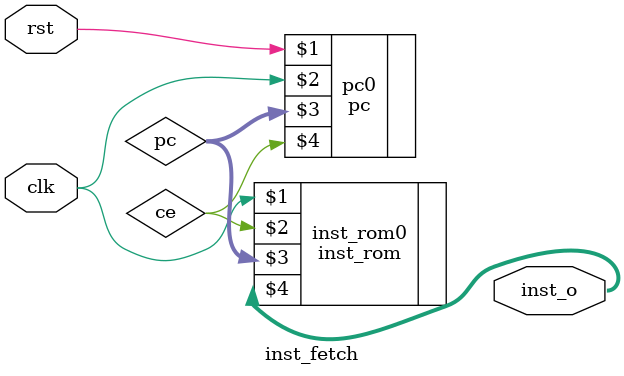
<source format=v>
`timescale 1ns / 1ps

module inst_fetch(
    input wire rst,clk,
    output wire[31:0] inst_o
    );
    wire[31:0] pc;
    wire ce;
    
    pc pc0(rst,clk,pc,ce);
    inst_rom inst_rom0(clk,ce,pc,inst_o);
    //rom rom_0(pc[31:2],ce,inst_o);
endmodule

</source>
